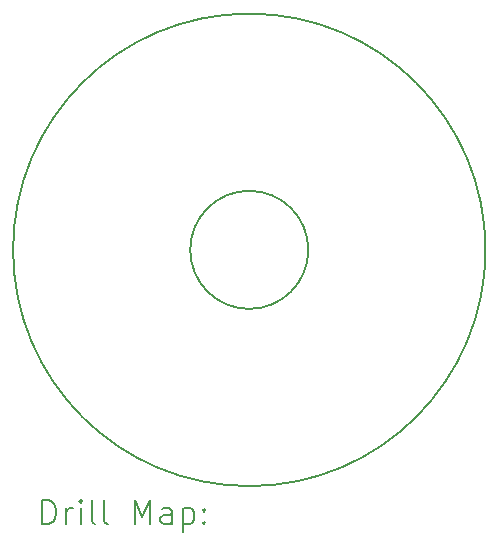
<source format=gbr>
%FSLAX45Y45*%
G04 Gerber Fmt 4.5, Leading zero omitted, Abs format (unit mm)*
G04 Created by KiCad (PCBNEW (6.0.4)) date 2022-07-15 16:37:13*
%MOMM*%
%LPD*%
G01*
G04 APERTURE LIST*
%TA.AperFunction,Profile*%
%ADD10C,0.200000*%
%TD*%
%ADD11C,0.200000*%
G04 APERTURE END LIST*
D10*
X20325509Y-6617696D02*
G75*
G03*
X20325509Y-6617696I-500000J0D01*
G01*
X21825509Y-6617696D02*
G75*
G03*
X21825509Y-6617696I-2000000J0D01*
G01*
D11*
X18073128Y-8938173D02*
X18073128Y-8738173D01*
X18120747Y-8738173D01*
X18149319Y-8747696D01*
X18168367Y-8766744D01*
X18177890Y-8785792D01*
X18187414Y-8823887D01*
X18187414Y-8852458D01*
X18177890Y-8890554D01*
X18168367Y-8909601D01*
X18149319Y-8928649D01*
X18120747Y-8938173D01*
X18073128Y-8938173D01*
X18273128Y-8938173D02*
X18273128Y-8804839D01*
X18273128Y-8842934D02*
X18282652Y-8823887D01*
X18292176Y-8814363D01*
X18311224Y-8804839D01*
X18330271Y-8804839D01*
X18396938Y-8938173D02*
X18396938Y-8804839D01*
X18396938Y-8738173D02*
X18387414Y-8747696D01*
X18396938Y-8757220D01*
X18406462Y-8747696D01*
X18396938Y-8738173D01*
X18396938Y-8757220D01*
X18520747Y-8938173D02*
X18501700Y-8928649D01*
X18492176Y-8909601D01*
X18492176Y-8738173D01*
X18625509Y-8938173D02*
X18606462Y-8928649D01*
X18596938Y-8909601D01*
X18596938Y-8738173D01*
X18854081Y-8938173D02*
X18854081Y-8738173D01*
X18920747Y-8881030D01*
X18987414Y-8738173D01*
X18987414Y-8938173D01*
X19168367Y-8938173D02*
X19168367Y-8833411D01*
X19158843Y-8814363D01*
X19139795Y-8804839D01*
X19101700Y-8804839D01*
X19082652Y-8814363D01*
X19168367Y-8928649D02*
X19149319Y-8938173D01*
X19101700Y-8938173D01*
X19082652Y-8928649D01*
X19073128Y-8909601D01*
X19073128Y-8890554D01*
X19082652Y-8871506D01*
X19101700Y-8861982D01*
X19149319Y-8861982D01*
X19168367Y-8852458D01*
X19263605Y-8804839D02*
X19263605Y-9004839D01*
X19263605Y-8814363D02*
X19282652Y-8804839D01*
X19320747Y-8804839D01*
X19339795Y-8814363D01*
X19349319Y-8823887D01*
X19358843Y-8842934D01*
X19358843Y-8900077D01*
X19349319Y-8919125D01*
X19339795Y-8928649D01*
X19320747Y-8938173D01*
X19282652Y-8938173D01*
X19263605Y-8928649D01*
X19444557Y-8919125D02*
X19454081Y-8928649D01*
X19444557Y-8938173D01*
X19435033Y-8928649D01*
X19444557Y-8919125D01*
X19444557Y-8938173D01*
X19444557Y-8814363D02*
X19454081Y-8823887D01*
X19444557Y-8833411D01*
X19435033Y-8823887D01*
X19444557Y-8814363D01*
X19444557Y-8833411D01*
M02*

</source>
